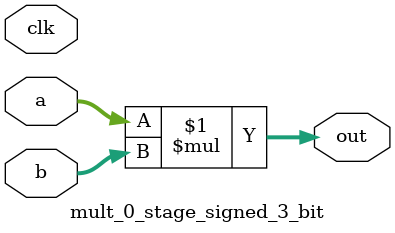
<source format=sv>
(* use_dsp = "yes" *) module mult_0_stage_signed_3_bit(
	input signed [2:0] a,
	input signed [2:0] b,
	output [2:0] out,
	input clk);

	assign out = a * b;
endmodule

</source>
